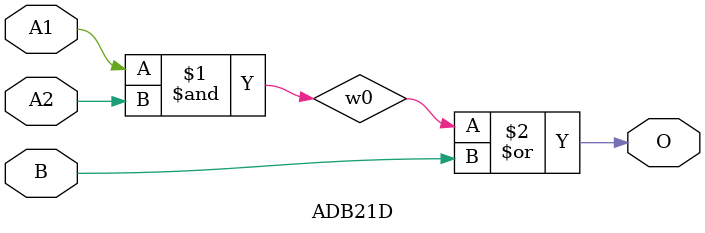
<source format=v>
module ADB21D(A1, A2, B, O);
input   A1;
input   A2;
input   B;
output  O;
and g0(w0, A1, A2);
or g1(O, w0, B);
endmodule
</source>
